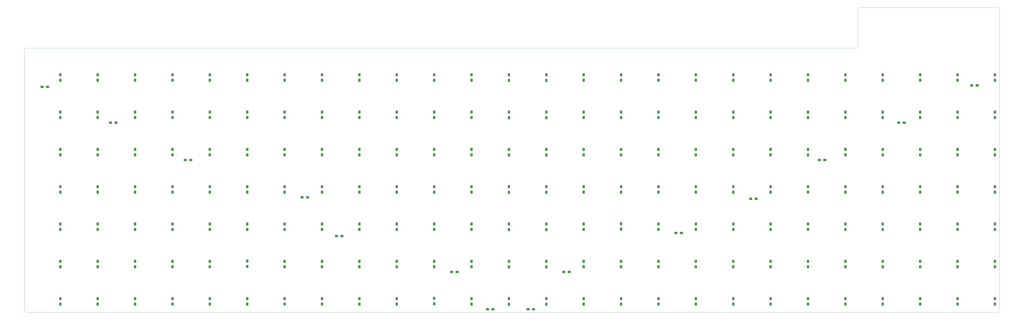
<source format=gbr>
%TF.GenerationSoftware,KiCad,Pcbnew,(6.0.5)*%
%TF.CreationDate,2022-08-07T16:14:43-07:00*%
%TF.ProjectId,Dreadnoughtus,44726561-646e-46f7-9567-687475732e6b,rev?*%
%TF.SameCoordinates,Original*%
%TF.FileFunction,Paste,Top*%
%TF.FilePolarity,Positive*%
%FSLAX46Y46*%
G04 Gerber Fmt 4.6, Leading zero omitted, Abs format (unit mm)*
G04 Created by KiCad (PCBNEW (6.0.5)) date 2022-08-07 16:14:43*
%MOMM*%
%LPD*%
G01*
G04 APERTURE LIST*
%TA.AperFunction,Profile*%
%ADD10C,0.100000*%
%TD*%
%ADD11R,1.200000X1.600000*%
%ADD12R,1.600000X1.200000*%
G04 APERTURE END LIST*
D10*
X519659124Y-18646947D02*
X519659124Y-172634447D01*
X518865374Y-173428197D01*
X23565374Y-173428197D01*
X22771624Y-172634447D01*
X22771624Y-39284447D01*
X23565374Y-38490697D01*
X446634124Y-38490697D01*
X447427874Y-37696947D01*
X447427874Y-18646947D01*
X448221624Y-17853197D01*
X518865374Y-17853197D01*
X519659124Y-18646947D01*
D11*
%TO.C,D80*%
X326777874Y-109321947D03*
X326777874Y-112121947D03*
%TD*%
%TO.C,D102*%
X231527874Y-128371947D03*
X231527874Y-131171947D03*
%TD*%
%TO.C,D178*%
X60077874Y-109321947D03*
X60077874Y-112121947D03*
%TD*%
%TO.C,D177*%
X60077874Y-90271947D03*
X60077874Y-93071947D03*
%TD*%
%TO.C,D140*%
X117227874Y-52171947D03*
X117227874Y-54971947D03*
%TD*%
%TO.C,D137*%
X174377874Y-128371947D03*
X174377874Y-131171947D03*
%TD*%
D12*
%TO.C,D212*%
X104715374Y-95640697D03*
X107515374Y-95640697D03*
%TD*%
D11*
%TO.C,D62*%
X345827874Y-166471947D03*
X345827874Y-169271947D03*
%TD*%
%TO.C,D131*%
X155327874Y-147421947D03*
X155327874Y-150221947D03*
%TD*%
%TO.C,D153*%
X136277874Y-166471947D03*
X136277874Y-169271947D03*
%TD*%
%TO.C,D54*%
X402977874Y-147421947D03*
X402977874Y-150221947D03*
%TD*%
%TO.C,D129*%
X155327874Y-109321947D03*
X155327874Y-112121947D03*
%TD*%
%TO.C,D2*%
X498227874Y-90271947D03*
X498227874Y-93071947D03*
%TD*%
%TO.C,D52*%
X402977874Y-109321947D03*
X402977874Y-112121947D03*
%TD*%
%TO.C,D4*%
X498227874Y-128371947D03*
X498227874Y-131171947D03*
%TD*%
%TO.C,D90*%
X269612568Y-166486098D03*
X269612568Y-169286098D03*
%TD*%
%TO.C,D72*%
X307727874Y-90271947D03*
X307727874Y-93071947D03*
%TD*%
%TO.C,D139*%
X174377874Y-166471947D03*
X174377874Y-169271947D03*
%TD*%
%TO.C,D24*%
X479177874Y-109321947D03*
X479177874Y-112121947D03*
%TD*%
%TO.C,D157*%
X79127874Y-109321947D03*
X79127874Y-112121947D03*
%TD*%
%TO.C,D22*%
X479177874Y-71221947D03*
X479177874Y-74021947D03*
%TD*%
%TO.C,D1*%
X498227874Y-71221947D03*
X498227874Y-74021947D03*
%TD*%
%TO.C,D95*%
X288662568Y-128386098D03*
X288662568Y-131186098D03*
%TD*%
%TO.C,D147*%
X136277874Y-52171947D03*
X136277874Y-54971947D03*
%TD*%
%TO.C,D64*%
X364877874Y-71221947D03*
X364877874Y-74021947D03*
%TD*%
%TO.C,D70*%
X307727874Y-52171947D03*
X307727874Y-54971947D03*
%TD*%
%TO.C,D181*%
X60077874Y-166471947D03*
X60077874Y-169271947D03*
%TD*%
%TO.C,D47*%
X383927874Y-147421947D03*
X383927874Y-150221947D03*
%TD*%
%TO.C,D49*%
X402977874Y-52171947D03*
X402977874Y-54971947D03*
%TD*%
%TO.C,D63*%
X364877874Y-52171947D03*
X364877874Y-54971947D03*
%TD*%
%TO.C,D40*%
X441077874Y-147421947D03*
X441077874Y-150221947D03*
%TD*%
%TO.C,D132*%
X155327874Y-166471947D03*
X155327874Y-169271947D03*
%TD*%
%TO.C,D115*%
X193427874Y-109321947D03*
X193427874Y-112121947D03*
%TD*%
%TO.C,D16*%
X460127874Y-90271947D03*
X460127874Y-93071947D03*
%TD*%
%TO.C,D3*%
X498227874Y-109321947D03*
X498227874Y-112121947D03*
%TD*%
%TO.C,D55*%
X402977874Y-166471947D03*
X402977874Y-169271947D03*
%TD*%
%TO.C,D5*%
X498227874Y-147421947D03*
X498227874Y-150221947D03*
%TD*%
D12*
%TO.C,D214*%
X34490374Y-58334447D03*
X31690374Y-58334447D03*
%TD*%
D11*
%TO.C,D31*%
X422027874Y-109321947D03*
X422027874Y-112121947D03*
%TD*%
%TO.C,D92*%
X288662568Y-71236098D03*
X288662568Y-74036098D03*
%TD*%
%TO.C,D36*%
X441077874Y-71221947D03*
X441077874Y-74021947D03*
%TD*%
%TO.C,D84*%
X269612568Y-52186098D03*
X269612568Y-54986098D03*
%TD*%
%TO.C,D67*%
X364877874Y-128371947D03*
X364877874Y-131171947D03*
%TD*%
%TO.C,D78*%
X326777874Y-71221947D03*
X326777874Y-74021947D03*
%TD*%
%TO.C,D27*%
X479177874Y-166471947D03*
X479177874Y-169271947D03*
%TD*%
%TO.C,D106*%
X250577874Y-71221947D03*
X250577874Y-74021947D03*
%TD*%
%TO.C,D165*%
X98177874Y-128371947D03*
X98177874Y-131171947D03*
%TD*%
%TO.C,D89*%
X269612568Y-147436098D03*
X269612568Y-150236098D03*
%TD*%
%TO.C,D96*%
X288662568Y-147436098D03*
X288662568Y-150236098D03*
%TD*%
%TO.C,D0*%
X498227874Y-52171947D03*
X498227874Y-54971947D03*
%TD*%
%TO.C,D108*%
X250577874Y-109321947D03*
X250577874Y-112121947D03*
%TD*%
%TO.C,D83*%
X326777874Y-166471947D03*
X326777874Y-169271947D03*
%TD*%
%TO.C,D28*%
X422027874Y-52171947D03*
X422027874Y-54971947D03*
%TD*%
D12*
%TO.C,D213*%
X66615374Y-76590697D03*
X69415374Y-76590697D03*
%TD*%
D11*
%TO.C,D104*%
X231527874Y-166284447D03*
X231527874Y-169084447D03*
%TD*%
%TO.C,D125*%
X212477874Y-166471947D03*
X212477874Y-169271947D03*
%TD*%
%TO.C,D121*%
X212477874Y-90271947D03*
X212477874Y-93071947D03*
%TD*%
%TO.C,D23*%
X479177874Y-90271947D03*
X479177874Y-93071947D03*
%TD*%
%TO.C,D117*%
X193427874Y-147421947D03*
X193427874Y-150221947D03*
%TD*%
%TO.C,D8*%
X517277874Y-71221947D03*
X517277874Y-74021947D03*
%TD*%
%TO.C,D33*%
X422027874Y-147421947D03*
X422027874Y-150221947D03*
%TD*%
%TO.C,D35*%
X441077874Y-52171947D03*
X441077874Y-54971947D03*
%TD*%
%TO.C,D164*%
X98177874Y-109321947D03*
X98177874Y-112121947D03*
%TD*%
%TO.C,D19*%
X460127874Y-147421947D03*
X460127874Y-150221947D03*
%TD*%
%TO.C,D174*%
X41027874Y-166471947D03*
X41027874Y-169271947D03*
%TD*%
D12*
%TO.C,D202*%
X468252874Y-76590697D03*
X471052874Y-76590697D03*
%TD*%
D11*
%TO.C,D161*%
X98177874Y-52171947D03*
X98177874Y-54971947D03*
%TD*%
%TO.C,D38*%
X441077874Y-109321947D03*
X441077874Y-112121947D03*
%TD*%
%TO.C,D101*%
X231527874Y-109321947D03*
X231527874Y-112121947D03*
%TD*%
%TO.C,D65*%
X364877874Y-90271947D03*
X364877874Y-93071947D03*
%TD*%
%TO.C,D136*%
X174377874Y-109321947D03*
X174377874Y-112121947D03*
%TD*%
%TO.C,D122*%
X212477874Y-109321947D03*
X212477874Y-112121947D03*
%TD*%
%TO.C,D59*%
X345827874Y-109321947D03*
X345827874Y-112121947D03*
%TD*%
%TO.C,D172*%
X41027874Y-128371947D03*
X41027874Y-131171947D03*
%TD*%
%TO.C,D32*%
X422027874Y-128371947D03*
X422027874Y-131171947D03*
%TD*%
%TO.C,D155*%
X79127874Y-71221947D03*
X79127874Y-74021947D03*
%TD*%
%TO.C,D76*%
X307727874Y-166471947D03*
X307727874Y-169271947D03*
%TD*%
%TO.C,D94*%
X288662568Y-109336098D03*
X288662568Y-112136098D03*
%TD*%
%TO.C,D168*%
X41027874Y-52171947D03*
X41027874Y-54971947D03*
%TD*%
%TO.C,D171*%
X41027874Y-109321947D03*
X41027874Y-112121947D03*
%TD*%
%TO.C,D93*%
X288662568Y-90286098D03*
X288662568Y-93086098D03*
%TD*%
%TO.C,D113*%
X193427874Y-71221947D03*
X193427874Y-74021947D03*
%TD*%
%TO.C,D130*%
X155327874Y-128371947D03*
X155327874Y-131171947D03*
%TD*%
%TO.C,D91*%
X288662568Y-52186098D03*
X288662568Y-54986098D03*
%TD*%
%TO.C,D111*%
X250577874Y-166471947D03*
X250577874Y-169271947D03*
%TD*%
%TO.C,D123*%
X212477874Y-128371947D03*
X212477874Y-131171947D03*
%TD*%
%TO.C,D179*%
X60077874Y-128371947D03*
X60077874Y-131171947D03*
%TD*%
D12*
%TO.C,D209*%
X243246624Y-152790697D03*
X240446624Y-152790697D03*
%TD*%
D11*
%TO.C,D112*%
X193427874Y-52171947D03*
X193427874Y-54971947D03*
%TD*%
%TO.C,D150*%
X136277874Y-109321947D03*
X136277874Y-112121947D03*
%TD*%
%TO.C,D15*%
X460127874Y-71221947D03*
X460127874Y-74021947D03*
%TD*%
%TO.C,D86*%
X269612568Y-90286098D03*
X269612568Y-93086098D03*
%TD*%
D12*
%TO.C,D201*%
X505440374Y-57540697D03*
X508240374Y-57540697D03*
%TD*%
D11*
%TO.C,D73*%
X307727874Y-109321947D03*
X307727874Y-112121947D03*
%TD*%
%TO.C,D75*%
X307727874Y-147421947D03*
X307727874Y-150221947D03*
%TD*%
D12*
%TO.C,D206*%
X300396624Y-152790697D03*
X297596624Y-152790697D03*
%TD*%
D11*
%TO.C,D133*%
X174377874Y-52171947D03*
X174377874Y-54971947D03*
%TD*%
%TO.C,D13*%
X517277874Y-166471947D03*
X517277874Y-169271947D03*
%TD*%
%TO.C,D126*%
X155327874Y-52171947D03*
X155327874Y-54971947D03*
%TD*%
%TO.C,D12*%
X517277874Y-147421947D03*
X517277874Y-150221947D03*
%TD*%
%TO.C,D105*%
X250577874Y-52171947D03*
X250577874Y-54971947D03*
%TD*%
%TO.C,D79*%
X326777874Y-90271947D03*
X326777874Y-93071947D03*
%TD*%
%TO.C,D148*%
X136277874Y-71221947D03*
X136277874Y-74021947D03*
%TD*%
%TO.C,D74*%
X307727874Y-128371947D03*
X307727874Y-131171947D03*
%TD*%
%TO.C,D166*%
X98177874Y-147421947D03*
X98177874Y-150221947D03*
%TD*%
%TO.C,D156*%
X79127874Y-90271947D03*
X79127874Y-93071947D03*
%TD*%
%TO.C,D149*%
X136277874Y-90271947D03*
X136277874Y-93071947D03*
%TD*%
%TO.C,D53*%
X402977874Y-128371947D03*
X402977874Y-131171947D03*
%TD*%
%TO.C,D30*%
X422027874Y-90271947D03*
X422027874Y-93071947D03*
%TD*%
%TO.C,D98*%
X231527874Y-52171947D03*
X231527874Y-54971947D03*
%TD*%
%TO.C,D39*%
X441077874Y-128371947D03*
X441077874Y-131171947D03*
%TD*%
%TO.C,D134*%
X174377874Y-71221947D03*
X174377874Y-74021947D03*
%TD*%
%TO.C,D176*%
X60077874Y-71221947D03*
X60077874Y-74021947D03*
%TD*%
D12*
%TO.C,D210*%
X181709124Y-134534447D03*
X184509124Y-134534447D03*
%TD*%
D11*
%TO.C,D158*%
X79127874Y-128371947D03*
X79127874Y-131171947D03*
%TD*%
%TO.C,D69*%
X364877874Y-166471947D03*
X364877874Y-169271947D03*
%TD*%
%TO.C,D99*%
X231527874Y-71221947D03*
X231527874Y-74021947D03*
%TD*%
%TO.C,D144*%
X117227874Y-128371947D03*
X117227874Y-131171947D03*
%TD*%
%TO.C,D109*%
X250577874Y-128371947D03*
X250577874Y-131171947D03*
%TD*%
%TO.C,D7*%
X517277874Y-52171947D03*
X517277874Y-54971947D03*
%TD*%
%TO.C,D14*%
X460127874Y-52171947D03*
X460127874Y-54971947D03*
%TD*%
%TO.C,D26*%
X479177874Y-147421947D03*
X479177874Y-150221947D03*
%TD*%
%TO.C,D71*%
X307727874Y-71221947D03*
X307727874Y-74021947D03*
%TD*%
%TO.C,D143*%
X117227874Y-109321947D03*
X117227874Y-112121947D03*
%TD*%
%TO.C,D118*%
X193427874Y-166471947D03*
X193427874Y-169271947D03*
%TD*%
D12*
%TO.C,D211*%
X164246624Y-114690697D03*
X167046624Y-114690697D03*
%TD*%
D11*
%TO.C,D45*%
X383927874Y-109321947D03*
X383927874Y-112121947D03*
%TD*%
%TO.C,D60*%
X345827874Y-128371947D03*
X345827874Y-131171947D03*
%TD*%
%TO.C,D120*%
X212477874Y-71221947D03*
X212477874Y-74021947D03*
%TD*%
%TO.C,D159*%
X79127874Y-147421947D03*
X79127874Y-150221947D03*
%TD*%
%TO.C,D10*%
X517277874Y-109321947D03*
X517277874Y-112121947D03*
%TD*%
%TO.C,D103*%
X231527874Y-147421947D03*
X231527874Y-150221947D03*
%TD*%
%TO.C,D116*%
X193427874Y-128371947D03*
X193427874Y-131171947D03*
%TD*%
%TO.C,D25*%
X479177874Y-128371947D03*
X479177874Y-131171947D03*
%TD*%
%TO.C,D145*%
X117227874Y-147421947D03*
X117227874Y-150221947D03*
%TD*%
%TO.C,D50*%
X402977874Y-71221947D03*
X402977874Y-74021947D03*
%TD*%
%TO.C,D152*%
X136277874Y-147234447D03*
X136277874Y-150034447D03*
%TD*%
%TO.C,D175*%
X60077874Y-52171947D03*
X60077874Y-54971947D03*
%TD*%
%TO.C,D77*%
X326777874Y-52171947D03*
X326777874Y-54971947D03*
%TD*%
%TO.C,D138*%
X174377874Y-147421947D03*
X174377874Y-150221947D03*
%TD*%
%TO.C,D43*%
X383927874Y-71221947D03*
X383927874Y-74021947D03*
%TD*%
%TO.C,D17*%
X460127874Y-109321947D03*
X460127874Y-112121947D03*
%TD*%
%TO.C,D87*%
X269612568Y-109336098D03*
X269612568Y-112136098D03*
%TD*%
%TO.C,D37*%
X441077874Y-90271947D03*
X441077874Y-93071947D03*
%TD*%
%TO.C,D163*%
X98177874Y-90271947D03*
X98177874Y-93071947D03*
%TD*%
%TO.C,D29*%
X422027874Y-71221947D03*
X422027874Y-74021947D03*
%TD*%
D12*
%TO.C,D205*%
X354746624Y-132946947D03*
X357546624Y-132946947D03*
%TD*%
D11*
%TO.C,D18*%
X460127874Y-128371947D03*
X460127874Y-131171947D03*
%TD*%
%TO.C,D170*%
X41027874Y-90271947D03*
X41027874Y-93071947D03*
%TD*%
%TO.C,D114*%
X193427874Y-90271947D03*
X193427874Y-93071947D03*
%TD*%
D12*
%TO.C,D204*%
X392846624Y-115484447D03*
X395646624Y-115484447D03*
%TD*%
D11*
%TO.C,D154*%
X79127874Y-52171947D03*
X79127874Y-54971947D03*
%TD*%
%TO.C,D162*%
X98177874Y-71221947D03*
X98177874Y-74021947D03*
%TD*%
D12*
%TO.C,D203*%
X427771624Y-95640697D03*
X430571624Y-95640697D03*
%TD*%
D11*
%TO.C,D68*%
X364877874Y-147421947D03*
X364877874Y-150221947D03*
%TD*%
%TO.C,D124*%
X212477874Y-147421947D03*
X212477874Y-150221947D03*
%TD*%
%TO.C,D21*%
X479177874Y-52171947D03*
X479177874Y-54971947D03*
%TD*%
%TO.C,D169*%
X41027874Y-71221947D03*
X41027874Y-74021947D03*
%TD*%
%TO.C,D127*%
X155327874Y-71221947D03*
X155327874Y-74021947D03*
%TD*%
%TO.C,D97*%
X288662568Y-166486098D03*
X288662568Y-169286098D03*
%TD*%
%TO.C,D173*%
X41027874Y-147421947D03*
X41027874Y-150221947D03*
%TD*%
%TO.C,D151*%
X136277874Y-128371947D03*
X136277874Y-131171947D03*
%TD*%
%TO.C,D41*%
X441077874Y-166471947D03*
X441077874Y-169271947D03*
%TD*%
D12*
%TO.C,D207*%
X279340374Y-171840697D03*
X282140374Y-171840697D03*
%TD*%
D11*
%TO.C,D141*%
X117227874Y-71221947D03*
X117227874Y-74021947D03*
%TD*%
D12*
%TO.C,D208*%
X258702874Y-171840697D03*
X261502874Y-171840697D03*
%TD*%
D11*
%TO.C,D58*%
X345827874Y-90271947D03*
X345827874Y-93071947D03*
%TD*%
%TO.C,D110*%
X250577874Y-147421947D03*
X250577874Y-150221947D03*
%TD*%
%TO.C,D34*%
X422027874Y-166471947D03*
X422027874Y-169271947D03*
%TD*%
%TO.C,D20*%
X460127874Y-166471947D03*
X460127874Y-169271947D03*
%TD*%
%TO.C,D135*%
X174377874Y-90271947D03*
X174377874Y-93071947D03*
%TD*%
%TO.C,D119*%
X212477874Y-52171947D03*
X212477874Y-54971947D03*
%TD*%
%TO.C,D57*%
X345827874Y-71221947D03*
X345827874Y-74021947D03*
%TD*%
%TO.C,D88*%
X269612568Y-128386098D03*
X269612568Y-131186098D03*
%TD*%
%TO.C,D100*%
X231527874Y-90271947D03*
X231527874Y-93071947D03*
%TD*%
%TO.C,D128*%
X155327874Y-90271947D03*
X155327874Y-93071947D03*
%TD*%
%TO.C,D66*%
X364877874Y-109321947D03*
X364877874Y-112121947D03*
%TD*%
%TO.C,D56*%
X345827874Y-52171947D03*
X345827874Y-54971947D03*
%TD*%
%TO.C,D46*%
X383927874Y-128371947D03*
X383927874Y-131171947D03*
%TD*%
%TO.C,D180*%
X60077874Y-147421947D03*
X60077874Y-150221947D03*
%TD*%
%TO.C,D42*%
X383927874Y-52171947D03*
X383927874Y-54971947D03*
%TD*%
%TO.C,D61*%
X345827874Y-147421947D03*
X345827874Y-150221947D03*
%TD*%
%TO.C,D81*%
X326777874Y-128184447D03*
X326777874Y-130984447D03*
%TD*%
%TO.C,D44*%
X383927874Y-90271947D03*
X383927874Y-93071947D03*
%TD*%
%TO.C,D160*%
X79127874Y-166471947D03*
X79127874Y-169271947D03*
%TD*%
%TO.C,D107*%
X250577874Y-90271947D03*
X250577874Y-93071947D03*
%TD*%
%TO.C,D9*%
X517277874Y-90271947D03*
X517277874Y-93071947D03*
%TD*%
%TO.C,D51*%
X402977874Y-90271947D03*
X402977874Y-93071947D03*
%TD*%
%TO.C,D11*%
X517277874Y-128371947D03*
X517277874Y-131171947D03*
%TD*%
%TO.C,D167*%
X98177874Y-166471947D03*
X98177874Y-169271947D03*
%TD*%
%TO.C,D85*%
X269612568Y-71236098D03*
X269612568Y-74036098D03*
%TD*%
%TO.C,D142*%
X117227874Y-90271947D03*
X117227874Y-93071947D03*
%TD*%
%TO.C,D6*%
X498227874Y-166471947D03*
X498227874Y-169271947D03*
%TD*%
%TO.C,D146*%
X117227874Y-166471947D03*
X117227874Y-169271947D03*
%TD*%
%TO.C,D82*%
X326777874Y-147421947D03*
X326777874Y-150221947D03*
%TD*%
%TO.C,D48*%
X383927874Y-166471947D03*
X383927874Y-169271947D03*
%TD*%
M02*

</source>
